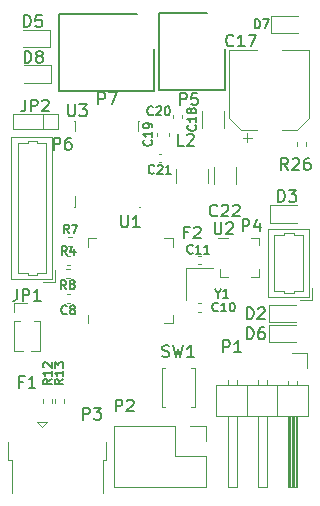
<source format=gbr>
%TF.GenerationSoftware,KiCad,Pcbnew,(5.1.9)-1*%
%TF.CreationDate,2021-05-05T17:41:08+02:00*%
%TF.ProjectId,Driverino,44726976-6572-4696-9e6f-2e6b69636164,rev?*%
%TF.SameCoordinates,Original*%
%TF.FileFunction,Legend,Top*%
%TF.FilePolarity,Positive*%
%FSLAX46Y46*%
G04 Gerber Fmt 4.6, Leading zero omitted, Abs format (unit mm)*
G04 Created by KiCad (PCBNEW (5.1.9)-1) date 2021-05-05 17:41:08*
%MOMM*%
%LPD*%
G01*
G04 APERTURE LIST*
%ADD10C,0.120000*%
%ADD11C,0.200000*%
%ADD12C,0.150000*%
G04 APERTURE END LIST*
D10*
%TO.C,JP2*%
X136355000Y-86085000D02*
X136355000Y-84815000D01*
X136355000Y-84815000D02*
X132545000Y-84815000D01*
X132545000Y-84815000D02*
X132545000Y-86085000D01*
X132545000Y-86085000D02*
X136355000Y-86085000D01*
X135085000Y-86085000D02*
X135085000Y-84815000D01*
%TO.C,JP1*%
X132640000Y-104815000D02*
X133442470Y-104815000D01*
X134057530Y-104815000D02*
X134860000Y-104815000D01*
X132640000Y-102340000D02*
X132640000Y-104815000D01*
X134860000Y-102340000D02*
X134860000Y-104815000D01*
X132640000Y-102340000D02*
X133186529Y-102340000D01*
X134313471Y-102340000D02*
X134860000Y-102340000D01*
X132640000Y-101580000D02*
X132640000Y-100820000D01*
X132640000Y-100820000D02*
X133750000Y-100820000D01*
%TO.C,Y1*%
X149500000Y-97800000D02*
X147200000Y-97800000D01*
X147200000Y-97800000D02*
X147200000Y-100500000D01*
%TO.C,P2*%
X141130000Y-111150000D02*
X141130000Y-116350000D01*
X146270000Y-111150000D02*
X141130000Y-111150000D01*
X148870000Y-116350000D02*
X141130000Y-116350000D01*
X146270000Y-111150000D02*
X146270000Y-113750000D01*
X146270000Y-113750000D02*
X148870000Y-113750000D01*
X148870000Y-113750000D02*
X148870000Y-116350000D01*
X147540000Y-111150000D02*
X148870000Y-111150000D01*
X148870000Y-111150000D02*
X148870000Y-112480000D01*
D11*
%TO.C,P7*%
X136460000Y-82800000D02*
X136460000Y-76300000D01*
X144540000Y-82800000D02*
X144540000Y-79300000D01*
X144540000Y-82800000D02*
X136460000Y-82800000D01*
X143040000Y-76300000D02*
X136460000Y-76300000D01*
D10*
%TO.C,U3*%
X143250000Y-92650000D02*
X143300000Y-92650000D01*
X143150000Y-85350000D02*
X143150000Y-86250000D01*
X143250000Y-85350000D02*
X143150000Y-85350000D01*
X137850000Y-85350000D02*
X137850000Y-86250000D01*
X137750000Y-85350000D02*
X137850000Y-85350000D01*
X137850000Y-92650000D02*
X137850000Y-91750000D01*
X137750000Y-92650000D02*
X137850000Y-92650000D01*
%TO.C,C8*%
X137142164Y-100040000D02*
X137357836Y-100040000D01*
X137142164Y-100760000D02*
X137357836Y-100760000D01*
%TO.C,C10*%
X148242164Y-100790000D02*
X148457836Y-100790000D01*
X148242164Y-101510000D02*
X148457836Y-101510000D01*
%TO.C,C11*%
X148242164Y-97510000D02*
X148457836Y-97510000D01*
X148242164Y-96790000D02*
X148457836Y-96790000D01*
%TO.C,C17*%
X157660000Y-79340000D02*
X155310000Y-79340000D01*
X150840000Y-79340000D02*
X153190000Y-79340000D01*
X150840000Y-85095563D02*
X150840000Y-79340000D01*
X157660000Y-85095563D02*
X157660000Y-79340000D01*
X156595563Y-86160000D02*
X155310000Y-86160000D01*
X151904437Y-86160000D02*
X153190000Y-86160000D01*
X151904437Y-86160000D02*
X150840000Y-85095563D01*
X156595563Y-86160000D02*
X157660000Y-85095563D01*
X152402500Y-87187500D02*
X152402500Y-86400000D01*
X152008750Y-86793750D02*
X152796250Y-86793750D01*
%TO.C,C18*%
X150410000Y-85961252D02*
X150410000Y-84538748D01*
X148590000Y-85961252D02*
X148590000Y-84538748D01*
%TO.C,C19*%
X144740000Y-86640580D02*
X144740000Y-86359420D01*
X145760000Y-86640580D02*
X145760000Y-86359420D01*
%TO.C,C20*%
X146140000Y-85107836D02*
X146140000Y-84892164D01*
X146860000Y-85107836D02*
X146860000Y-84892164D01*
%TO.C,C21*%
X144892164Y-88860000D02*
X145107836Y-88860000D01*
X144892164Y-88140000D02*
X145107836Y-88140000D01*
%TO.C,C22*%
X151410000Y-89288748D02*
X151410000Y-90711252D01*
X149590000Y-89288748D02*
X149590000Y-90711252D01*
%TO.C,D2*%
X154265000Y-102410000D02*
X156550000Y-102410000D01*
X154265000Y-100940000D02*
X154265000Y-102410000D01*
X156550000Y-100940000D02*
X154265000Y-100940000D01*
%TO.C,D3*%
X154315000Y-93985000D02*
X156600000Y-93985000D01*
X154315000Y-92515000D02*
X154315000Y-93985000D01*
X156600000Y-92515000D02*
X154315000Y-92515000D01*
%TO.C,D5*%
X133450000Y-79135000D02*
X135735000Y-79135000D01*
X135735000Y-79135000D02*
X135735000Y-77665000D01*
X135735000Y-77665000D02*
X133450000Y-77665000D01*
%TO.C,D6*%
X156550000Y-102615000D02*
X154265000Y-102615000D01*
X154265000Y-102615000D02*
X154265000Y-104085000D01*
X154265000Y-104085000D02*
X156550000Y-104085000D01*
%TO.C,D7*%
X154440000Y-77910000D02*
X156725000Y-77910000D01*
X154440000Y-76440000D02*
X154440000Y-77910000D01*
X156725000Y-76440000D02*
X154440000Y-76440000D01*
%TO.C,D8*%
X133500000Y-82135000D02*
X135785000Y-82135000D01*
X135785000Y-82135000D02*
X135785000Y-80665000D01*
X135785000Y-80665000D02*
X133500000Y-80665000D01*
%TO.C,L2*%
X149110000Y-89397936D02*
X149110000Y-90602064D01*
X146390000Y-89397936D02*
X146390000Y-90602064D01*
%TO.C,P1*%
X157530000Y-107690000D02*
X149790000Y-107690000D01*
X149790000Y-107690000D02*
X149790000Y-110350000D01*
X149790000Y-110350000D02*
X157530000Y-110350000D01*
X157530000Y-110350000D02*
X157530000Y-107690000D01*
X156580000Y-110350000D02*
X156580000Y-116350000D01*
X156580000Y-116350000D02*
X155820000Y-116350000D01*
X155820000Y-116350000D02*
X155820000Y-110350000D01*
X156520000Y-110350000D02*
X156520000Y-116350000D01*
X156400000Y-110350000D02*
X156400000Y-116350000D01*
X156280000Y-110350000D02*
X156280000Y-116350000D01*
X156160000Y-110350000D02*
X156160000Y-116350000D01*
X156040000Y-110350000D02*
X156040000Y-116350000D01*
X155920000Y-110350000D02*
X155920000Y-116350000D01*
X156580000Y-107360000D02*
X156580000Y-107690000D01*
X155820000Y-107360000D02*
X155820000Y-107690000D01*
X154930000Y-107690000D02*
X154930000Y-110350000D01*
X154040000Y-110350000D02*
X154040000Y-116350000D01*
X154040000Y-116350000D02*
X153280000Y-116350000D01*
X153280000Y-116350000D02*
X153280000Y-110350000D01*
X154040000Y-107292929D02*
X154040000Y-107690000D01*
X153280000Y-107292929D02*
X153280000Y-107690000D01*
X152390000Y-107690000D02*
X152390000Y-110350000D01*
X151500000Y-110350000D02*
X151500000Y-116350000D01*
X151500000Y-116350000D02*
X150740000Y-116350000D01*
X150740000Y-116350000D02*
X150740000Y-110350000D01*
X151500000Y-107292929D02*
X151500000Y-107690000D01*
X150740000Y-107292929D02*
X150740000Y-107690000D01*
X156200000Y-104980000D02*
X157470000Y-104980000D01*
X157470000Y-104980000D02*
X157470000Y-106250000D01*
%TO.C,P3*%
X132175000Y-114085000D02*
X132175000Y-112535000D01*
X132175000Y-114085000D02*
X132475000Y-114085000D01*
X132475000Y-116885000D02*
X132475000Y-114085000D01*
X140475000Y-114085000D02*
X140475000Y-112535000D01*
X140175000Y-114085000D02*
X140475000Y-114085000D01*
X140175000Y-116885000D02*
X140175000Y-114085000D01*
X135425000Y-110835000D02*
X135025000Y-111285000D01*
X134625000Y-110835000D02*
X135425000Y-110835000D01*
X135025000Y-111285000D02*
X134625000Y-110835000D01*
%TO.C,P4*%
X154190000Y-100260000D02*
X157610000Y-100260000D01*
X157610000Y-100260000D02*
X157610000Y-94540000D01*
X157610000Y-94540000D02*
X154190000Y-94540000D01*
X154190000Y-94540000D02*
X154190000Y-100260000D01*
X157100000Y-97400000D02*
X157100000Y-99750000D01*
X157100000Y-99750000D02*
X156350000Y-99750000D01*
X156350000Y-99750000D02*
X156350000Y-99950000D01*
X156350000Y-99950000D02*
X155550000Y-99950000D01*
X155550000Y-99950000D02*
X155550000Y-99750000D01*
X155550000Y-99750000D02*
X154700000Y-99750000D01*
X154700000Y-99750000D02*
X154700000Y-97400000D01*
X157100000Y-97400000D02*
X157100000Y-95050000D01*
X157100000Y-95050000D02*
X156350000Y-95050000D01*
X156350000Y-95050000D02*
X156350000Y-94850000D01*
X156350000Y-94850000D02*
X155550000Y-94850000D01*
X155550000Y-94850000D02*
X155550000Y-95050000D01*
X155550000Y-95050000D02*
X154700000Y-95050000D01*
X154700000Y-95050000D02*
X154700000Y-97400000D01*
X157900000Y-100550000D02*
X156900000Y-100550000D01*
X157900000Y-100550000D02*
X157900000Y-99550000D01*
D11*
%TO.C,P5*%
X149000000Y-76250000D02*
X144960000Y-76250000D01*
X144960000Y-76250000D02*
X144960000Y-82750000D01*
X144960000Y-82750000D02*
X150500000Y-82750000D01*
X150500000Y-82750000D02*
X150500000Y-79250000D01*
D10*
%TO.C,P6*%
X132440000Y-98710000D02*
X135860000Y-98710000D01*
X135860000Y-98710000D02*
X135860000Y-86740000D01*
X135860000Y-86740000D02*
X132440000Y-86740000D01*
X132440000Y-86740000D02*
X132440000Y-98710000D01*
X135350000Y-92725000D02*
X135350000Y-98200000D01*
X135350000Y-98200000D02*
X134600000Y-98200000D01*
X134600000Y-98200000D02*
X134600000Y-98400000D01*
X134600000Y-98400000D02*
X133800000Y-98400000D01*
X133800000Y-98400000D02*
X133800000Y-98200000D01*
X133800000Y-98200000D02*
X132950000Y-98200000D01*
X132950000Y-98200000D02*
X132950000Y-92725000D01*
X135350000Y-92725000D02*
X135350000Y-87250000D01*
X135350000Y-87250000D02*
X134600000Y-87250000D01*
X134600000Y-87250000D02*
X134600000Y-87050000D01*
X134600000Y-87050000D02*
X133800000Y-87050000D01*
X133800000Y-87050000D02*
X133800000Y-87250000D01*
X133800000Y-87250000D02*
X132950000Y-87250000D01*
X132950000Y-87250000D02*
X132950000Y-92725000D01*
X136150000Y-99000000D02*
X135150000Y-99000000D01*
X136150000Y-99000000D02*
X136150000Y-98000000D01*
%TO.C,R4*%
X137428641Y-96820000D02*
X137121359Y-96820000D01*
X137428641Y-97580000D02*
X137121359Y-97580000D01*
%TO.C,R7*%
X137246359Y-95942500D02*
X137553641Y-95942500D01*
X137246359Y-95182500D02*
X137553641Y-95182500D01*
%TO.C,R8*%
X137403641Y-98630000D02*
X137096359Y-98630000D01*
X137403641Y-97870000D02*
X137096359Y-97870000D01*
%TO.C,R12*%
X135120000Y-109253641D02*
X135120000Y-108946359D01*
X135880000Y-109253641D02*
X135880000Y-108946359D01*
%TO.C,R13*%
X136120000Y-109253641D02*
X136120000Y-108946359D01*
X136880000Y-109253641D02*
X136880000Y-108946359D01*
%TO.C,R26*%
X156620000Y-87146359D02*
X156620000Y-87453641D01*
X157380000Y-87146359D02*
X157380000Y-87453641D01*
%TO.C,SW1*%
X145450000Y-106300000D02*
X145150000Y-106300000D01*
X145150000Y-106300000D02*
X145150000Y-109600000D01*
X145150000Y-109600000D02*
X145450000Y-109600000D01*
X147650000Y-106300000D02*
X147950000Y-106300000D01*
X147950000Y-106300000D02*
X147950000Y-109600000D01*
X147950000Y-109600000D02*
X147650000Y-109600000D01*
%TO.C,U1*%
X138890000Y-96015000D02*
X138890000Y-95290000D01*
X138890000Y-95290000D02*
X139615000Y-95290000D01*
X146110000Y-101785000D02*
X146110000Y-102510000D01*
X146110000Y-102510000D02*
X145385000Y-102510000D01*
X146110000Y-96015000D02*
X146110000Y-95290000D01*
X146110000Y-95290000D02*
X145385000Y-95290000D01*
X138890000Y-101785000D02*
X138890000Y-102510000D01*
%TO.C,U2*%
X152750000Y-95250000D02*
X153400000Y-95250000D01*
X153400000Y-95250000D02*
X153400000Y-95900000D01*
X152750000Y-98550000D02*
X153400000Y-98550000D01*
X153400000Y-98550000D02*
X153400000Y-97900000D01*
X150750000Y-98550000D02*
X150100000Y-98550000D01*
X150100000Y-98550000D02*
X150100000Y-97900000D01*
X150750000Y-95250000D02*
X149950000Y-95250000D01*
%TO.C,F1*%
D12*
X133416666Y-107428571D02*
X133083333Y-107428571D01*
X133083333Y-107952380D02*
X133083333Y-106952380D01*
X133559523Y-106952380D01*
X134464285Y-107952380D02*
X133892857Y-107952380D01*
X134178571Y-107952380D02*
X134178571Y-106952380D01*
X134083333Y-107095238D01*
X133988095Y-107190476D01*
X133892857Y-107238095D01*
%TO.C,JP2*%
X133616666Y-83552380D02*
X133616666Y-84266666D01*
X133569047Y-84409523D01*
X133473809Y-84504761D01*
X133330952Y-84552380D01*
X133235714Y-84552380D01*
X134092857Y-84552380D02*
X134092857Y-83552380D01*
X134473809Y-83552380D01*
X134569047Y-83600000D01*
X134616666Y-83647619D01*
X134664285Y-83742857D01*
X134664285Y-83885714D01*
X134616666Y-83980952D01*
X134569047Y-84028571D01*
X134473809Y-84076190D01*
X134092857Y-84076190D01*
X135045238Y-83647619D02*
X135092857Y-83600000D01*
X135188095Y-83552380D01*
X135426190Y-83552380D01*
X135521428Y-83600000D01*
X135569047Y-83647619D01*
X135616666Y-83742857D01*
X135616666Y-83838095D01*
X135569047Y-83980952D01*
X134997619Y-84552380D01*
X135616666Y-84552380D01*
%TO.C,JP1*%
X132916666Y-99602380D02*
X132916666Y-100316666D01*
X132869047Y-100459523D01*
X132773809Y-100554761D01*
X132630952Y-100602380D01*
X132535714Y-100602380D01*
X133392857Y-100602380D02*
X133392857Y-99602380D01*
X133773809Y-99602380D01*
X133869047Y-99650000D01*
X133916666Y-99697619D01*
X133964285Y-99792857D01*
X133964285Y-99935714D01*
X133916666Y-100030952D01*
X133869047Y-100078571D01*
X133773809Y-100126190D01*
X133392857Y-100126190D01*
X134916666Y-100602380D02*
X134345238Y-100602380D01*
X134630952Y-100602380D02*
X134630952Y-99602380D01*
X134535714Y-99745238D01*
X134440476Y-99840476D01*
X134345238Y-99888095D01*
%TO.C,Y1*%
X149892857Y-99982142D02*
X149892857Y-100339285D01*
X149642857Y-99589285D02*
X149892857Y-99982142D01*
X150142857Y-99589285D01*
X150785714Y-100339285D02*
X150357142Y-100339285D01*
X150571428Y-100339285D02*
X150571428Y-99589285D01*
X150500000Y-99696428D01*
X150428571Y-99767857D01*
X150357142Y-99803571D01*
%TO.C,P2*%
X141261904Y-109952380D02*
X141261904Y-108952380D01*
X141642857Y-108952380D01*
X141738095Y-109000000D01*
X141785714Y-109047619D01*
X141833333Y-109142857D01*
X141833333Y-109285714D01*
X141785714Y-109380952D01*
X141738095Y-109428571D01*
X141642857Y-109476190D01*
X141261904Y-109476190D01*
X142214285Y-109047619D02*
X142261904Y-109000000D01*
X142357142Y-108952380D01*
X142595238Y-108952380D01*
X142690476Y-109000000D01*
X142738095Y-109047619D01*
X142785714Y-109142857D01*
X142785714Y-109238095D01*
X142738095Y-109380952D01*
X142166666Y-109952380D01*
X142785714Y-109952380D01*
%TO.C,P7*%
X139801904Y-83952380D02*
X139801904Y-82952380D01*
X140182857Y-82952380D01*
X140278095Y-83000000D01*
X140325714Y-83047619D01*
X140373333Y-83142857D01*
X140373333Y-83285714D01*
X140325714Y-83380952D01*
X140278095Y-83428571D01*
X140182857Y-83476190D01*
X139801904Y-83476190D01*
X140706666Y-82952380D02*
X141373333Y-82952380D01*
X140944761Y-83952380D01*
%TO.C,U3*%
X137238095Y-83952380D02*
X137238095Y-84761904D01*
X137285714Y-84857142D01*
X137333333Y-84904761D01*
X137428571Y-84952380D01*
X137619047Y-84952380D01*
X137714285Y-84904761D01*
X137761904Y-84857142D01*
X137809523Y-84761904D01*
X137809523Y-83952380D01*
X138190476Y-83952380D02*
X138809523Y-83952380D01*
X138476190Y-84333333D01*
X138619047Y-84333333D01*
X138714285Y-84380952D01*
X138761904Y-84428571D01*
X138809523Y-84523809D01*
X138809523Y-84761904D01*
X138761904Y-84857142D01*
X138714285Y-84904761D01*
X138619047Y-84952380D01*
X138333333Y-84952380D01*
X138238095Y-84904761D01*
X138190476Y-84857142D01*
%TO.C,C8*%
X137125000Y-101667857D02*
X137089285Y-101703571D01*
X136982142Y-101739285D01*
X136910714Y-101739285D01*
X136803571Y-101703571D01*
X136732142Y-101632142D01*
X136696428Y-101560714D01*
X136660714Y-101417857D01*
X136660714Y-101310714D01*
X136696428Y-101167857D01*
X136732142Y-101096428D01*
X136803571Y-101025000D01*
X136910714Y-100989285D01*
X136982142Y-100989285D01*
X137089285Y-101025000D01*
X137125000Y-101060714D01*
X137553571Y-101310714D02*
X137482142Y-101275000D01*
X137446428Y-101239285D01*
X137410714Y-101167857D01*
X137410714Y-101132142D01*
X137446428Y-101060714D01*
X137482142Y-101025000D01*
X137553571Y-100989285D01*
X137696428Y-100989285D01*
X137767857Y-101025000D01*
X137803571Y-101060714D01*
X137839285Y-101132142D01*
X137839285Y-101167857D01*
X137803571Y-101239285D01*
X137767857Y-101275000D01*
X137696428Y-101310714D01*
X137553571Y-101310714D01*
X137482142Y-101346428D01*
X137446428Y-101382142D01*
X137410714Y-101453571D01*
X137410714Y-101596428D01*
X137446428Y-101667857D01*
X137482142Y-101703571D01*
X137553571Y-101739285D01*
X137696428Y-101739285D01*
X137767857Y-101703571D01*
X137803571Y-101667857D01*
X137839285Y-101596428D01*
X137839285Y-101453571D01*
X137803571Y-101382142D01*
X137767857Y-101346428D01*
X137696428Y-101310714D01*
%TO.C,C10*%
X149917857Y-101417857D02*
X149882142Y-101453571D01*
X149775000Y-101489285D01*
X149703571Y-101489285D01*
X149596428Y-101453571D01*
X149525000Y-101382142D01*
X149489285Y-101310714D01*
X149453571Y-101167857D01*
X149453571Y-101060714D01*
X149489285Y-100917857D01*
X149525000Y-100846428D01*
X149596428Y-100775000D01*
X149703571Y-100739285D01*
X149775000Y-100739285D01*
X149882142Y-100775000D01*
X149917857Y-100810714D01*
X150632142Y-101489285D02*
X150203571Y-101489285D01*
X150417857Y-101489285D02*
X150417857Y-100739285D01*
X150346428Y-100846428D01*
X150275000Y-100917857D01*
X150203571Y-100953571D01*
X151096428Y-100739285D02*
X151167857Y-100739285D01*
X151239285Y-100775000D01*
X151275000Y-100810714D01*
X151310714Y-100882142D01*
X151346428Y-101025000D01*
X151346428Y-101203571D01*
X151310714Y-101346428D01*
X151275000Y-101417857D01*
X151239285Y-101453571D01*
X151167857Y-101489285D01*
X151096428Y-101489285D01*
X151025000Y-101453571D01*
X150989285Y-101417857D01*
X150953571Y-101346428D01*
X150917857Y-101203571D01*
X150917857Y-101025000D01*
X150953571Y-100882142D01*
X150989285Y-100810714D01*
X151025000Y-100775000D01*
X151096428Y-100739285D01*
%TO.C,C11*%
X147767857Y-96517857D02*
X147732142Y-96553571D01*
X147625000Y-96589285D01*
X147553571Y-96589285D01*
X147446428Y-96553571D01*
X147375000Y-96482142D01*
X147339285Y-96410714D01*
X147303571Y-96267857D01*
X147303571Y-96160714D01*
X147339285Y-96017857D01*
X147375000Y-95946428D01*
X147446428Y-95875000D01*
X147553571Y-95839285D01*
X147625000Y-95839285D01*
X147732142Y-95875000D01*
X147767857Y-95910714D01*
X148482142Y-96589285D02*
X148053571Y-96589285D01*
X148267857Y-96589285D02*
X148267857Y-95839285D01*
X148196428Y-95946428D01*
X148125000Y-96017857D01*
X148053571Y-96053571D01*
X149196428Y-96589285D02*
X148767857Y-96589285D01*
X148982142Y-96589285D02*
X148982142Y-95839285D01*
X148910714Y-95946428D01*
X148839285Y-96017857D01*
X148767857Y-96053571D01*
%TO.C,C17*%
X151232142Y-78957142D02*
X151184523Y-79004761D01*
X151041666Y-79052380D01*
X150946428Y-79052380D01*
X150803571Y-79004761D01*
X150708333Y-78909523D01*
X150660714Y-78814285D01*
X150613095Y-78623809D01*
X150613095Y-78480952D01*
X150660714Y-78290476D01*
X150708333Y-78195238D01*
X150803571Y-78100000D01*
X150946428Y-78052380D01*
X151041666Y-78052380D01*
X151184523Y-78100000D01*
X151232142Y-78147619D01*
X152184523Y-79052380D02*
X151613095Y-79052380D01*
X151898809Y-79052380D02*
X151898809Y-78052380D01*
X151803571Y-78195238D01*
X151708333Y-78290476D01*
X151613095Y-78338095D01*
X152517857Y-78052380D02*
X153184523Y-78052380D01*
X152755952Y-79052380D01*
%TO.C,C18*%
X148017857Y-85732142D02*
X148053571Y-85767857D01*
X148089285Y-85875000D01*
X148089285Y-85946428D01*
X148053571Y-86053571D01*
X147982142Y-86125000D01*
X147910714Y-86160714D01*
X147767857Y-86196428D01*
X147660714Y-86196428D01*
X147517857Y-86160714D01*
X147446428Y-86125000D01*
X147375000Y-86053571D01*
X147339285Y-85946428D01*
X147339285Y-85875000D01*
X147375000Y-85767857D01*
X147410714Y-85732142D01*
X148089285Y-85017857D02*
X148089285Y-85446428D01*
X148089285Y-85232142D02*
X147339285Y-85232142D01*
X147446428Y-85303571D01*
X147517857Y-85375000D01*
X147553571Y-85446428D01*
X147660714Y-84589285D02*
X147625000Y-84660714D01*
X147589285Y-84696428D01*
X147517857Y-84732142D01*
X147482142Y-84732142D01*
X147410714Y-84696428D01*
X147375000Y-84660714D01*
X147339285Y-84589285D01*
X147339285Y-84446428D01*
X147375000Y-84375000D01*
X147410714Y-84339285D01*
X147482142Y-84303571D01*
X147517857Y-84303571D01*
X147589285Y-84339285D01*
X147625000Y-84375000D01*
X147660714Y-84446428D01*
X147660714Y-84589285D01*
X147696428Y-84660714D01*
X147732142Y-84696428D01*
X147803571Y-84732142D01*
X147946428Y-84732142D01*
X148017857Y-84696428D01*
X148053571Y-84660714D01*
X148089285Y-84589285D01*
X148089285Y-84446428D01*
X148053571Y-84375000D01*
X148017857Y-84339285D01*
X147946428Y-84303571D01*
X147803571Y-84303571D01*
X147732142Y-84339285D01*
X147696428Y-84375000D01*
X147660714Y-84446428D01*
%TO.C,C19*%
X144267857Y-86982142D02*
X144303571Y-87017857D01*
X144339285Y-87125000D01*
X144339285Y-87196428D01*
X144303571Y-87303571D01*
X144232142Y-87375000D01*
X144160714Y-87410714D01*
X144017857Y-87446428D01*
X143910714Y-87446428D01*
X143767857Y-87410714D01*
X143696428Y-87375000D01*
X143625000Y-87303571D01*
X143589285Y-87196428D01*
X143589285Y-87125000D01*
X143625000Y-87017857D01*
X143660714Y-86982142D01*
X144339285Y-86267857D02*
X144339285Y-86696428D01*
X144339285Y-86482142D02*
X143589285Y-86482142D01*
X143696428Y-86553571D01*
X143767857Y-86625000D01*
X143803571Y-86696428D01*
X144339285Y-85910714D02*
X144339285Y-85767857D01*
X144303571Y-85696428D01*
X144267857Y-85660714D01*
X144160714Y-85589285D01*
X144017857Y-85553571D01*
X143732142Y-85553571D01*
X143660714Y-85589285D01*
X143625000Y-85625000D01*
X143589285Y-85696428D01*
X143589285Y-85839285D01*
X143625000Y-85910714D01*
X143660714Y-85946428D01*
X143732142Y-85982142D01*
X143910714Y-85982142D01*
X143982142Y-85946428D01*
X144017857Y-85910714D01*
X144053571Y-85839285D01*
X144053571Y-85696428D01*
X144017857Y-85625000D01*
X143982142Y-85589285D01*
X143910714Y-85553571D01*
%TO.C,C20*%
X144417857Y-84817857D02*
X144382142Y-84853571D01*
X144275000Y-84889285D01*
X144203571Y-84889285D01*
X144096428Y-84853571D01*
X144025000Y-84782142D01*
X143989285Y-84710714D01*
X143953571Y-84567857D01*
X143953571Y-84460714D01*
X143989285Y-84317857D01*
X144025000Y-84246428D01*
X144096428Y-84175000D01*
X144203571Y-84139285D01*
X144275000Y-84139285D01*
X144382142Y-84175000D01*
X144417857Y-84210714D01*
X144703571Y-84210714D02*
X144739285Y-84175000D01*
X144810714Y-84139285D01*
X144989285Y-84139285D01*
X145060714Y-84175000D01*
X145096428Y-84210714D01*
X145132142Y-84282142D01*
X145132142Y-84353571D01*
X145096428Y-84460714D01*
X144667857Y-84889285D01*
X145132142Y-84889285D01*
X145596428Y-84139285D02*
X145667857Y-84139285D01*
X145739285Y-84175000D01*
X145775000Y-84210714D01*
X145810714Y-84282142D01*
X145846428Y-84425000D01*
X145846428Y-84603571D01*
X145810714Y-84746428D01*
X145775000Y-84817857D01*
X145739285Y-84853571D01*
X145667857Y-84889285D01*
X145596428Y-84889285D01*
X145525000Y-84853571D01*
X145489285Y-84817857D01*
X145453571Y-84746428D01*
X145417857Y-84603571D01*
X145417857Y-84425000D01*
X145453571Y-84282142D01*
X145489285Y-84210714D01*
X145525000Y-84175000D01*
X145596428Y-84139285D01*
%TO.C,C21*%
X144517857Y-89767857D02*
X144482142Y-89803571D01*
X144375000Y-89839285D01*
X144303571Y-89839285D01*
X144196428Y-89803571D01*
X144125000Y-89732142D01*
X144089285Y-89660714D01*
X144053571Y-89517857D01*
X144053571Y-89410714D01*
X144089285Y-89267857D01*
X144125000Y-89196428D01*
X144196428Y-89125000D01*
X144303571Y-89089285D01*
X144375000Y-89089285D01*
X144482142Y-89125000D01*
X144517857Y-89160714D01*
X144803571Y-89160714D02*
X144839285Y-89125000D01*
X144910714Y-89089285D01*
X145089285Y-89089285D01*
X145160714Y-89125000D01*
X145196428Y-89160714D01*
X145232142Y-89232142D01*
X145232142Y-89303571D01*
X145196428Y-89410714D01*
X144767857Y-89839285D01*
X145232142Y-89839285D01*
X145946428Y-89839285D02*
X145517857Y-89839285D01*
X145732142Y-89839285D02*
X145732142Y-89089285D01*
X145660714Y-89196428D01*
X145589285Y-89267857D01*
X145517857Y-89303571D01*
%TO.C,C22*%
X149857142Y-93357142D02*
X149809523Y-93404761D01*
X149666666Y-93452380D01*
X149571428Y-93452380D01*
X149428571Y-93404761D01*
X149333333Y-93309523D01*
X149285714Y-93214285D01*
X149238095Y-93023809D01*
X149238095Y-92880952D01*
X149285714Y-92690476D01*
X149333333Y-92595238D01*
X149428571Y-92500000D01*
X149571428Y-92452380D01*
X149666666Y-92452380D01*
X149809523Y-92500000D01*
X149857142Y-92547619D01*
X150238095Y-92547619D02*
X150285714Y-92500000D01*
X150380952Y-92452380D01*
X150619047Y-92452380D01*
X150714285Y-92500000D01*
X150761904Y-92547619D01*
X150809523Y-92642857D01*
X150809523Y-92738095D01*
X150761904Y-92880952D01*
X150190476Y-93452380D01*
X150809523Y-93452380D01*
X151190476Y-92547619D02*
X151238095Y-92500000D01*
X151333333Y-92452380D01*
X151571428Y-92452380D01*
X151666666Y-92500000D01*
X151714285Y-92547619D01*
X151761904Y-92642857D01*
X151761904Y-92738095D01*
X151714285Y-92880952D01*
X151142857Y-93452380D01*
X151761904Y-93452380D01*
%TO.C,D2*%
X152361904Y-102152380D02*
X152361904Y-101152380D01*
X152600000Y-101152380D01*
X152742857Y-101200000D01*
X152838095Y-101295238D01*
X152885714Y-101390476D01*
X152933333Y-101580952D01*
X152933333Y-101723809D01*
X152885714Y-101914285D01*
X152838095Y-102009523D01*
X152742857Y-102104761D01*
X152600000Y-102152380D01*
X152361904Y-102152380D01*
X153314285Y-101247619D02*
X153361904Y-101200000D01*
X153457142Y-101152380D01*
X153695238Y-101152380D01*
X153790476Y-101200000D01*
X153838095Y-101247619D01*
X153885714Y-101342857D01*
X153885714Y-101438095D01*
X153838095Y-101580952D01*
X153266666Y-102152380D01*
X153885714Y-102152380D01*
%TO.C,D3*%
X155011904Y-92202380D02*
X155011904Y-91202380D01*
X155250000Y-91202380D01*
X155392857Y-91250000D01*
X155488095Y-91345238D01*
X155535714Y-91440476D01*
X155583333Y-91630952D01*
X155583333Y-91773809D01*
X155535714Y-91964285D01*
X155488095Y-92059523D01*
X155392857Y-92154761D01*
X155250000Y-92202380D01*
X155011904Y-92202380D01*
X155916666Y-91202380D02*
X156535714Y-91202380D01*
X156202380Y-91583333D01*
X156345238Y-91583333D01*
X156440476Y-91630952D01*
X156488095Y-91678571D01*
X156535714Y-91773809D01*
X156535714Y-92011904D01*
X156488095Y-92107142D01*
X156440476Y-92154761D01*
X156345238Y-92202380D01*
X156059523Y-92202380D01*
X155964285Y-92154761D01*
X155916666Y-92107142D01*
%TO.C,D5*%
X133511904Y-77402380D02*
X133511904Y-76402380D01*
X133750000Y-76402380D01*
X133892857Y-76450000D01*
X133988095Y-76545238D01*
X134035714Y-76640476D01*
X134083333Y-76830952D01*
X134083333Y-76973809D01*
X134035714Y-77164285D01*
X133988095Y-77259523D01*
X133892857Y-77354761D01*
X133750000Y-77402380D01*
X133511904Y-77402380D01*
X134988095Y-76402380D02*
X134511904Y-76402380D01*
X134464285Y-76878571D01*
X134511904Y-76830952D01*
X134607142Y-76783333D01*
X134845238Y-76783333D01*
X134940476Y-76830952D01*
X134988095Y-76878571D01*
X135035714Y-76973809D01*
X135035714Y-77211904D01*
X134988095Y-77307142D01*
X134940476Y-77354761D01*
X134845238Y-77402380D01*
X134607142Y-77402380D01*
X134511904Y-77354761D01*
X134464285Y-77307142D01*
%TO.C,D6*%
X152361904Y-103852380D02*
X152361904Y-102852380D01*
X152600000Y-102852380D01*
X152742857Y-102900000D01*
X152838095Y-102995238D01*
X152885714Y-103090476D01*
X152933333Y-103280952D01*
X152933333Y-103423809D01*
X152885714Y-103614285D01*
X152838095Y-103709523D01*
X152742857Y-103804761D01*
X152600000Y-103852380D01*
X152361904Y-103852380D01*
X153790476Y-102852380D02*
X153600000Y-102852380D01*
X153504761Y-102900000D01*
X153457142Y-102947619D01*
X153361904Y-103090476D01*
X153314285Y-103280952D01*
X153314285Y-103661904D01*
X153361904Y-103757142D01*
X153409523Y-103804761D01*
X153504761Y-103852380D01*
X153695238Y-103852380D01*
X153790476Y-103804761D01*
X153838095Y-103757142D01*
X153885714Y-103661904D01*
X153885714Y-103423809D01*
X153838095Y-103328571D01*
X153790476Y-103280952D01*
X153695238Y-103233333D01*
X153504761Y-103233333D01*
X153409523Y-103280952D01*
X153361904Y-103328571D01*
X153314285Y-103423809D01*
%TO.C,D7*%
X153071428Y-77514285D02*
X153071428Y-76764285D01*
X153250000Y-76764285D01*
X153357142Y-76800000D01*
X153428571Y-76871428D01*
X153464285Y-76942857D01*
X153500000Y-77085714D01*
X153500000Y-77192857D01*
X153464285Y-77335714D01*
X153428571Y-77407142D01*
X153357142Y-77478571D01*
X153250000Y-77514285D01*
X153071428Y-77514285D01*
X153750000Y-76764285D02*
X154250000Y-76764285D01*
X153928571Y-77514285D01*
%TO.C,D8*%
X133561904Y-80452380D02*
X133561904Y-79452380D01*
X133800000Y-79452380D01*
X133942857Y-79500000D01*
X134038095Y-79595238D01*
X134085714Y-79690476D01*
X134133333Y-79880952D01*
X134133333Y-80023809D01*
X134085714Y-80214285D01*
X134038095Y-80309523D01*
X133942857Y-80404761D01*
X133800000Y-80452380D01*
X133561904Y-80452380D01*
X134704761Y-79880952D02*
X134609523Y-79833333D01*
X134561904Y-79785714D01*
X134514285Y-79690476D01*
X134514285Y-79642857D01*
X134561904Y-79547619D01*
X134609523Y-79500000D01*
X134704761Y-79452380D01*
X134895238Y-79452380D01*
X134990476Y-79500000D01*
X135038095Y-79547619D01*
X135085714Y-79642857D01*
X135085714Y-79690476D01*
X135038095Y-79785714D01*
X134990476Y-79833333D01*
X134895238Y-79880952D01*
X134704761Y-79880952D01*
X134609523Y-79928571D01*
X134561904Y-79976190D01*
X134514285Y-80071428D01*
X134514285Y-80261904D01*
X134561904Y-80357142D01*
X134609523Y-80404761D01*
X134704761Y-80452380D01*
X134895238Y-80452380D01*
X134990476Y-80404761D01*
X135038095Y-80357142D01*
X135085714Y-80261904D01*
X135085714Y-80071428D01*
X135038095Y-79976190D01*
X134990476Y-79928571D01*
X134895238Y-79880952D01*
%TO.C,F2*%
X147416666Y-94778571D02*
X147083333Y-94778571D01*
X147083333Y-95302380D02*
X147083333Y-94302380D01*
X147559523Y-94302380D01*
X147892857Y-94397619D02*
X147940476Y-94350000D01*
X148035714Y-94302380D01*
X148273809Y-94302380D01*
X148369047Y-94350000D01*
X148416666Y-94397619D01*
X148464285Y-94492857D01*
X148464285Y-94588095D01*
X148416666Y-94730952D01*
X147845238Y-95302380D01*
X148464285Y-95302380D01*
%TO.C,L2*%
X147033333Y-87452380D02*
X146557142Y-87452380D01*
X146557142Y-86452380D01*
X147319047Y-86547619D02*
X147366666Y-86500000D01*
X147461904Y-86452380D01*
X147700000Y-86452380D01*
X147795238Y-86500000D01*
X147842857Y-86547619D01*
X147890476Y-86642857D01*
X147890476Y-86738095D01*
X147842857Y-86880952D01*
X147271428Y-87452380D01*
X147890476Y-87452380D01*
%TO.C,P1*%
X150361904Y-104952380D02*
X150361904Y-103952380D01*
X150742857Y-103952380D01*
X150838095Y-104000000D01*
X150885714Y-104047619D01*
X150933333Y-104142857D01*
X150933333Y-104285714D01*
X150885714Y-104380952D01*
X150838095Y-104428571D01*
X150742857Y-104476190D01*
X150361904Y-104476190D01*
X151885714Y-104952380D02*
X151314285Y-104952380D01*
X151600000Y-104952380D02*
X151600000Y-103952380D01*
X151504761Y-104095238D01*
X151409523Y-104190476D01*
X151314285Y-104238095D01*
%TO.C,P3*%
X138511904Y-110652380D02*
X138511904Y-109652380D01*
X138892857Y-109652380D01*
X138988095Y-109700000D01*
X139035714Y-109747619D01*
X139083333Y-109842857D01*
X139083333Y-109985714D01*
X139035714Y-110080952D01*
X138988095Y-110128571D01*
X138892857Y-110176190D01*
X138511904Y-110176190D01*
X139416666Y-109652380D02*
X140035714Y-109652380D01*
X139702380Y-110033333D01*
X139845238Y-110033333D01*
X139940476Y-110080952D01*
X139988095Y-110128571D01*
X140035714Y-110223809D01*
X140035714Y-110461904D01*
X139988095Y-110557142D01*
X139940476Y-110604761D01*
X139845238Y-110652380D01*
X139559523Y-110652380D01*
X139464285Y-110604761D01*
X139416666Y-110557142D01*
%TO.C,P4*%
X152011904Y-94702380D02*
X152011904Y-93702380D01*
X152392857Y-93702380D01*
X152488095Y-93750000D01*
X152535714Y-93797619D01*
X152583333Y-93892857D01*
X152583333Y-94035714D01*
X152535714Y-94130952D01*
X152488095Y-94178571D01*
X152392857Y-94226190D01*
X152011904Y-94226190D01*
X153440476Y-94035714D02*
X153440476Y-94702380D01*
X153202380Y-93654761D02*
X152964285Y-94369047D01*
X153583333Y-94369047D01*
%TO.C,P5*%
X146711904Y-84002380D02*
X146711904Y-83002380D01*
X147092857Y-83002380D01*
X147188095Y-83050000D01*
X147235714Y-83097619D01*
X147283333Y-83192857D01*
X147283333Y-83335714D01*
X147235714Y-83430952D01*
X147188095Y-83478571D01*
X147092857Y-83526190D01*
X146711904Y-83526190D01*
X148188095Y-83002380D02*
X147711904Y-83002380D01*
X147664285Y-83478571D01*
X147711904Y-83430952D01*
X147807142Y-83383333D01*
X148045238Y-83383333D01*
X148140476Y-83430952D01*
X148188095Y-83478571D01*
X148235714Y-83573809D01*
X148235714Y-83811904D01*
X148188095Y-83907142D01*
X148140476Y-83954761D01*
X148045238Y-84002380D01*
X147807142Y-84002380D01*
X147711904Y-83954761D01*
X147664285Y-83907142D01*
%TO.C,P6*%
X136011904Y-87802380D02*
X136011904Y-86802380D01*
X136392857Y-86802380D01*
X136488095Y-86850000D01*
X136535714Y-86897619D01*
X136583333Y-86992857D01*
X136583333Y-87135714D01*
X136535714Y-87230952D01*
X136488095Y-87278571D01*
X136392857Y-87326190D01*
X136011904Y-87326190D01*
X137440476Y-86802380D02*
X137250000Y-86802380D01*
X137154761Y-86850000D01*
X137107142Y-86897619D01*
X137011904Y-87040476D01*
X136964285Y-87230952D01*
X136964285Y-87611904D01*
X137011904Y-87707142D01*
X137059523Y-87754761D01*
X137154761Y-87802380D01*
X137345238Y-87802380D01*
X137440476Y-87754761D01*
X137488095Y-87707142D01*
X137535714Y-87611904D01*
X137535714Y-87373809D01*
X137488095Y-87278571D01*
X137440476Y-87230952D01*
X137345238Y-87183333D01*
X137154761Y-87183333D01*
X137059523Y-87230952D01*
X137011904Y-87278571D01*
X136964285Y-87373809D01*
%TO.C,R4*%
X137125000Y-96739285D02*
X136875000Y-96382142D01*
X136696428Y-96739285D02*
X136696428Y-95989285D01*
X136982142Y-95989285D01*
X137053571Y-96025000D01*
X137089285Y-96060714D01*
X137125000Y-96132142D01*
X137125000Y-96239285D01*
X137089285Y-96310714D01*
X137053571Y-96346428D01*
X136982142Y-96382142D01*
X136696428Y-96382142D01*
X137767857Y-96239285D02*
X137767857Y-96739285D01*
X137589285Y-95953571D02*
X137410714Y-96489285D01*
X137875000Y-96489285D01*
%TO.C,R7*%
X137275000Y-94889285D02*
X137025000Y-94532142D01*
X136846428Y-94889285D02*
X136846428Y-94139285D01*
X137132142Y-94139285D01*
X137203571Y-94175000D01*
X137239285Y-94210714D01*
X137275000Y-94282142D01*
X137275000Y-94389285D01*
X137239285Y-94460714D01*
X137203571Y-94496428D01*
X137132142Y-94532142D01*
X136846428Y-94532142D01*
X137525000Y-94139285D02*
X138025000Y-94139285D01*
X137703571Y-94889285D01*
%TO.C,R8*%
X137075000Y-99589285D02*
X136825000Y-99232142D01*
X136646428Y-99589285D02*
X136646428Y-98839285D01*
X136932142Y-98839285D01*
X137003571Y-98875000D01*
X137039285Y-98910714D01*
X137075000Y-98982142D01*
X137075000Y-99089285D01*
X137039285Y-99160714D01*
X137003571Y-99196428D01*
X136932142Y-99232142D01*
X136646428Y-99232142D01*
X137503571Y-99160714D02*
X137432142Y-99125000D01*
X137396428Y-99089285D01*
X137360714Y-99017857D01*
X137360714Y-98982142D01*
X137396428Y-98910714D01*
X137432142Y-98875000D01*
X137503571Y-98839285D01*
X137646428Y-98839285D01*
X137717857Y-98875000D01*
X137753571Y-98910714D01*
X137789285Y-98982142D01*
X137789285Y-99017857D01*
X137753571Y-99089285D01*
X137717857Y-99125000D01*
X137646428Y-99160714D01*
X137503571Y-99160714D01*
X137432142Y-99196428D01*
X137396428Y-99232142D01*
X137360714Y-99303571D01*
X137360714Y-99446428D01*
X137396428Y-99517857D01*
X137432142Y-99553571D01*
X137503571Y-99589285D01*
X137646428Y-99589285D01*
X137717857Y-99553571D01*
X137753571Y-99517857D01*
X137789285Y-99446428D01*
X137789285Y-99303571D01*
X137753571Y-99232142D01*
X137717857Y-99196428D01*
X137646428Y-99160714D01*
%TO.C,R12*%
X135839285Y-107232142D02*
X135482142Y-107482142D01*
X135839285Y-107660714D02*
X135089285Y-107660714D01*
X135089285Y-107375000D01*
X135125000Y-107303571D01*
X135160714Y-107267857D01*
X135232142Y-107232142D01*
X135339285Y-107232142D01*
X135410714Y-107267857D01*
X135446428Y-107303571D01*
X135482142Y-107375000D01*
X135482142Y-107660714D01*
X135839285Y-106517857D02*
X135839285Y-106946428D01*
X135839285Y-106732142D02*
X135089285Y-106732142D01*
X135196428Y-106803571D01*
X135267857Y-106875000D01*
X135303571Y-106946428D01*
X135160714Y-106232142D02*
X135125000Y-106196428D01*
X135089285Y-106125000D01*
X135089285Y-105946428D01*
X135125000Y-105875000D01*
X135160714Y-105839285D01*
X135232142Y-105803571D01*
X135303571Y-105803571D01*
X135410714Y-105839285D01*
X135839285Y-106267857D01*
X135839285Y-105803571D01*
%TO.C,R13*%
X136839285Y-107232142D02*
X136482142Y-107482142D01*
X136839285Y-107660714D02*
X136089285Y-107660714D01*
X136089285Y-107375000D01*
X136125000Y-107303571D01*
X136160714Y-107267857D01*
X136232142Y-107232142D01*
X136339285Y-107232142D01*
X136410714Y-107267857D01*
X136446428Y-107303571D01*
X136482142Y-107375000D01*
X136482142Y-107660714D01*
X136839285Y-106517857D02*
X136839285Y-106946428D01*
X136839285Y-106732142D02*
X136089285Y-106732142D01*
X136196428Y-106803571D01*
X136267857Y-106875000D01*
X136303571Y-106946428D01*
X136089285Y-106267857D02*
X136089285Y-105803571D01*
X136375000Y-106053571D01*
X136375000Y-105946428D01*
X136410714Y-105875000D01*
X136446428Y-105839285D01*
X136517857Y-105803571D01*
X136696428Y-105803571D01*
X136767857Y-105839285D01*
X136803571Y-105875000D01*
X136839285Y-105946428D01*
X136839285Y-106160714D01*
X136803571Y-106232142D01*
X136767857Y-106267857D01*
%TO.C,R26*%
X155857142Y-89502380D02*
X155523809Y-89026190D01*
X155285714Y-89502380D02*
X155285714Y-88502380D01*
X155666666Y-88502380D01*
X155761904Y-88550000D01*
X155809523Y-88597619D01*
X155857142Y-88692857D01*
X155857142Y-88835714D01*
X155809523Y-88930952D01*
X155761904Y-88978571D01*
X155666666Y-89026190D01*
X155285714Y-89026190D01*
X156238095Y-88597619D02*
X156285714Y-88550000D01*
X156380952Y-88502380D01*
X156619047Y-88502380D01*
X156714285Y-88550000D01*
X156761904Y-88597619D01*
X156809523Y-88692857D01*
X156809523Y-88788095D01*
X156761904Y-88930952D01*
X156190476Y-89502380D01*
X156809523Y-89502380D01*
X157666666Y-88502380D02*
X157476190Y-88502380D01*
X157380952Y-88550000D01*
X157333333Y-88597619D01*
X157238095Y-88740476D01*
X157190476Y-88930952D01*
X157190476Y-89311904D01*
X157238095Y-89407142D01*
X157285714Y-89454761D01*
X157380952Y-89502380D01*
X157571428Y-89502380D01*
X157666666Y-89454761D01*
X157714285Y-89407142D01*
X157761904Y-89311904D01*
X157761904Y-89073809D01*
X157714285Y-88978571D01*
X157666666Y-88930952D01*
X157571428Y-88883333D01*
X157380952Y-88883333D01*
X157285714Y-88930952D01*
X157238095Y-88978571D01*
X157190476Y-89073809D01*
%TO.C,SW1*%
X145216666Y-105304761D02*
X145359523Y-105352380D01*
X145597619Y-105352380D01*
X145692857Y-105304761D01*
X145740476Y-105257142D01*
X145788095Y-105161904D01*
X145788095Y-105066666D01*
X145740476Y-104971428D01*
X145692857Y-104923809D01*
X145597619Y-104876190D01*
X145407142Y-104828571D01*
X145311904Y-104780952D01*
X145264285Y-104733333D01*
X145216666Y-104638095D01*
X145216666Y-104542857D01*
X145264285Y-104447619D01*
X145311904Y-104400000D01*
X145407142Y-104352380D01*
X145645238Y-104352380D01*
X145788095Y-104400000D01*
X146121428Y-104352380D02*
X146359523Y-105352380D01*
X146550000Y-104638095D01*
X146740476Y-105352380D01*
X146978571Y-104352380D01*
X147883333Y-105352380D02*
X147311904Y-105352380D01*
X147597619Y-105352380D02*
X147597619Y-104352380D01*
X147502380Y-104495238D01*
X147407142Y-104590476D01*
X147311904Y-104638095D01*
%TO.C,U1*%
X141738095Y-93352380D02*
X141738095Y-94161904D01*
X141785714Y-94257142D01*
X141833333Y-94304761D01*
X141928571Y-94352380D01*
X142119047Y-94352380D01*
X142214285Y-94304761D01*
X142261904Y-94257142D01*
X142309523Y-94161904D01*
X142309523Y-93352380D01*
X143309523Y-94352380D02*
X142738095Y-94352380D01*
X143023809Y-94352380D02*
X143023809Y-93352380D01*
X142928571Y-93495238D01*
X142833333Y-93590476D01*
X142738095Y-93638095D01*
%TO.C,U2*%
X149638095Y-93952380D02*
X149638095Y-94761904D01*
X149685714Y-94857142D01*
X149733333Y-94904761D01*
X149828571Y-94952380D01*
X150019047Y-94952380D01*
X150114285Y-94904761D01*
X150161904Y-94857142D01*
X150209523Y-94761904D01*
X150209523Y-93952380D01*
X150638095Y-94047619D02*
X150685714Y-94000000D01*
X150780952Y-93952380D01*
X151019047Y-93952380D01*
X151114285Y-94000000D01*
X151161904Y-94047619D01*
X151209523Y-94142857D01*
X151209523Y-94238095D01*
X151161904Y-94380952D01*
X150590476Y-94952380D01*
X151209523Y-94952380D01*
%TD*%
M02*

</source>
